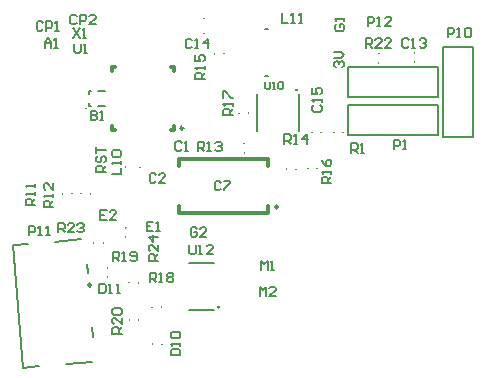
<source format=gto>
G04 Layer_Color=65535*
%FSLAX25Y25*%
%MOIN*%
G70*
G01*
G75*
%ADD34C,0.01000*%
%ADD36C,0.01181*%
%ADD38C,0.00591*%
%ADD39C,0.00630*%
%ADD40C,0.00787*%
%ADD52C,0.00984*%
%ADD53C,0.00394*%
D34*
X93502Y44269D02*
G03*
X93502Y44269I-39J0D01*
G01*
X67469Y-28129D02*
G03*
X67478Y-28130I0J-39D01*
G01*
D36*
X54139Y18894D02*
Y21355D01*
X84061Y18894D02*
Y21355D01*
X54139Y3245D02*
Y5706D01*
X84061Y3245D02*
Y5706D01*
X54139Y21355D02*
X84061D01*
X54139Y3245D02*
X84061D01*
X51498Y51833D02*
X52679D01*
Y50652D02*
Y51833D01*
X31813D02*
X32994D01*
X31813Y50652D02*
Y51833D01*
Y30967D02*
Y32148D01*
Y30967D02*
X32994D01*
X51498D02*
X52679D01*
Y32148D01*
D38*
X41202Y18500D02*
G03*
X41202Y18500I-39J0D01*
G01*
X36477D02*
G03*
X36477Y18500I-39J0D01*
G01*
X109014Y30100D02*
G03*
X109014Y30100I-39J0D01*
G01*
X48443Y-28200D02*
G03*
X48443Y-28200I-39J0D01*
G01*
X90165Y17900D02*
G03*
X90165Y17900I-39J0D01*
G01*
X101714Y30100D02*
G03*
X101714Y30100I-39J0D01*
G01*
X120839Y53325D02*
G03*
X120839Y53325I-39J0D01*
G01*
X132839Y56675D02*
G03*
X132839Y56675I-39J0D01*
G01*
X97165Y18100D02*
G03*
X97165Y18100I-39J0D01*
G01*
X37665Y-32400D02*
G03*
X37665Y-32400I-39J0D01*
G01*
X45465Y-40500D02*
G03*
X45465Y-40500I-39J0D01*
G01*
X30439Y-15025D02*
G03*
X30439Y-15025I-39J0D01*
G01*
X37665Y-20000D02*
G03*
X37665Y-20000I-39J0D01*
G01*
X25865Y-6700D02*
G03*
X25865Y-6700I-39J0D01*
G01*
X15465Y9700D02*
G03*
X15465Y9700I-39J0D01*
G01*
X21665D02*
G03*
X21665Y9700I-39J0D01*
G01*
X74365Y36500D02*
G03*
X74365Y36500I-39J0D01*
G01*
X76039Y26475D02*
G03*
X76039Y26475I-39J0D01*
G01*
X62639Y63238D02*
G03*
X62639Y63238I-39J0D01*
G01*
Y67962D02*
G03*
X62639Y67962I-39J0D01*
G01*
X69314Y56300D02*
G03*
X69314Y56300I-39J0D01*
G01*
X36539Y-1625D02*
G03*
X36539Y-1625I-39J0D01*
G01*
X27384Y39050D02*
X29746D01*
X23407Y38263D02*
X23447D01*
X27384Y43775D02*
X29746D01*
X24234Y39050D02*
Y39838D01*
Y42987D02*
Y43775D01*
X25021D01*
X24234Y39050D02*
X25021D01*
X80175Y30489D02*
Y37182D01*
Y36788D02*
Y43087D01*
X94151Y36788D02*
Y43087D01*
Y30489D02*
Y39150D01*
X57626Y-29153D02*
X62350D01*
X59988D02*
X66091D01*
X59988Y-13405D02*
X66091D01*
X57626D02*
X62350D01*
X60299Y-2076D02*
X59774Y-1551D01*
X58725D01*
X58200Y-2076D01*
Y-4175D01*
X58725Y-4700D01*
X59774D01*
X60299Y-4175D01*
Y-3126D01*
X59250D01*
X63448Y-4700D02*
X61349D01*
X63448Y-2601D01*
Y-2076D01*
X62923Y-1551D01*
X61873D01*
X61349Y-2076D01*
X29900Y17000D02*
X26751D01*
Y18574D01*
X27276Y19099D01*
X28326D01*
X28850Y18574D01*
Y17000D01*
Y18049D02*
X29900Y19099D01*
X27276Y22248D02*
X26751Y21723D01*
Y20673D01*
X27276Y20149D01*
X27801D01*
X28326Y20673D01*
Y21723D01*
X28850Y22248D01*
X29375D01*
X29900Y21723D01*
Y20673D01*
X29375Y20149D01*
X26751Y23297D02*
Y25396D01*
Y24347D01*
X29900D01*
X19100Y64849D02*
X21199Y61700D01*
Y64849D02*
X19100Y61700D01*
X22249D02*
X23298D01*
X22773D01*
Y64849D01*
X22249Y64324D01*
X19400Y59749D02*
Y57125D01*
X19925Y56600D01*
X20974D01*
X21499Y57125D01*
Y59749D01*
X22549Y56600D02*
X23598D01*
X23073D01*
Y59749D01*
X22549Y59224D01*
X111700Y23300D02*
Y26449D01*
X113274D01*
X113799Y25924D01*
Y24874D01*
X113274Y24350D01*
X111700D01*
X112750D02*
X113799Y23300D01*
X114849D02*
X115898D01*
X115373D01*
Y26449D01*
X114849Y25924D01*
X125800Y24500D02*
Y27649D01*
X127374D01*
X127899Y27124D01*
Y26074D01*
X127374Y25550D01*
X125800D01*
X128949Y24500D02*
X129998D01*
X129473D01*
Y27649D01*
X128949Y27124D01*
X81300Y-24500D02*
Y-21351D01*
X82349Y-22401D01*
X83399Y-21351D01*
Y-24500D01*
X86548D02*
X84449D01*
X86548Y-22401D01*
Y-21876D01*
X86023Y-21351D01*
X84973D01*
X84449Y-21876D01*
X81700Y-15800D02*
Y-12651D01*
X82749Y-13701D01*
X83799Y-12651D01*
Y-15800D01*
X84849D02*
X85898D01*
X85373D01*
Y-12651D01*
X84849Y-13176D01*
X88600Y69849D02*
Y66700D01*
X90699D01*
X91749D02*
X92798D01*
X92273D01*
Y69849D01*
X91749Y69324D01*
X94372Y66700D02*
X95422D01*
X94897D01*
Y69849D01*
X94372Y69324D01*
X106776Y66199D02*
X106251Y65674D01*
Y64625D01*
X106776Y64100D01*
X108875D01*
X109400Y64625D01*
Y65674D01*
X108875Y66199D01*
X107826D01*
Y65149D01*
X109400Y67249D02*
Y68298D01*
Y67773D01*
X106251D01*
X106776Y67249D01*
X45699Y349D02*
X43600D01*
Y-2800D01*
X45699D01*
X43600Y-1226D02*
X44649D01*
X46749Y-2800D02*
X47798D01*
X47273D01*
Y349D01*
X46749Y-176D01*
X20199Y68824D02*
X19674Y69349D01*
X18625D01*
X18100Y68824D01*
Y66725D01*
X18625Y66200D01*
X19674D01*
X20199Y66725D01*
X21249Y66200D02*
Y69349D01*
X22823D01*
X23348Y68824D01*
Y67774D01*
X22823Y67250D01*
X21249D01*
X26496Y66200D02*
X24397D01*
X26496Y68299D01*
Y68824D01*
X25971Y69349D01*
X24922D01*
X24397Y68824D01*
X8899Y66624D02*
X8374Y67149D01*
X7325D01*
X6800Y66624D01*
Y64525D01*
X7325Y64000D01*
X8374D01*
X8899Y64525D01*
X9949Y64000D02*
Y67149D01*
X11523D01*
X12048Y66624D01*
Y65574D01*
X11523Y65049D01*
X9949D01*
X13097Y64000D02*
X14147D01*
X13622D01*
Y67149D01*
X13097Y66624D01*
X68299Y13424D02*
X67774Y13949D01*
X66725D01*
X66200Y13424D01*
Y11325D01*
X66725Y10800D01*
X67774D01*
X68299Y11325D01*
X69349Y13949D02*
X71448D01*
Y13424D01*
X69349Y11325D01*
Y10800D01*
X46599Y16024D02*
X46074Y16549D01*
X45025D01*
X44500Y16024D01*
Y13925D01*
X45025Y13400D01*
X46074D01*
X46599Y13925D01*
X49748Y13400D02*
X47649D01*
X49748Y15499D01*
Y16024D01*
X49223Y16549D01*
X48173D01*
X47649Y16024D01*
X55199Y26624D02*
X54674Y27149D01*
X53625D01*
X53100Y26624D01*
Y24525D01*
X53625Y24000D01*
X54674D01*
X55199Y24525D01*
X56249Y24000D02*
X57298D01*
X56773D01*
Y27149D01*
X56249Y26624D01*
X24846Y37349D02*
Y34200D01*
X26420D01*
X26945Y34725D01*
Y35250D01*
X26420Y35774D01*
X24846D01*
X26420D01*
X26945Y36299D01*
Y36824D01*
X26420Y37349D01*
X24846D01*
X27994Y34200D02*
X29044D01*
X28519D01*
Y37349D01*
X27994Y36824D01*
X9600Y58300D02*
Y60399D01*
X10650Y61449D01*
X11699Y60399D01*
Y58300D01*
Y59874D01*
X9600D01*
X12749Y58300D02*
X13798D01*
X13273D01*
Y61449D01*
X12749Y60924D01*
X106576Y51800D02*
X106051Y52325D01*
Y53374D01*
X106576Y53899D01*
X107101D01*
X107626Y53374D01*
Y52850D01*
Y53374D01*
X108150Y53899D01*
X108675D01*
X109200Y53374D01*
Y52325D01*
X108675Y51800D01*
X106051Y54949D02*
X108150D01*
X109200Y55998D01*
X108150Y57048D01*
X106051D01*
X130799Y60924D02*
X130274Y61449D01*
X129225D01*
X128700Y60924D01*
Y58825D01*
X129225Y58300D01*
X130274D01*
X130799Y58825D01*
X131849Y58300D02*
X132898D01*
X132373D01*
Y61449D01*
X131849Y60924D01*
X134472D02*
X134997Y61449D01*
X136047D01*
X136572Y60924D01*
Y60399D01*
X136047Y59874D01*
X135522D01*
X136047D01*
X136572Y59350D01*
Y58825D01*
X136047Y58300D01*
X134997D01*
X134472Y58825D01*
X58599Y60824D02*
X58074Y61349D01*
X57025D01*
X56500Y60824D01*
Y58725D01*
X57025Y58200D01*
X58074D01*
X58599Y58725D01*
X59649Y58200D02*
X60698D01*
X60173D01*
Y61349D01*
X59649Y60824D01*
X63847Y58200D02*
Y61349D01*
X62272Y59774D01*
X64372D01*
X99276Y39199D02*
X98751Y38674D01*
Y37625D01*
X99276Y37100D01*
X101375D01*
X101900Y37625D01*
Y38674D01*
X101375Y39199D01*
X101900Y40249D02*
Y41298D01*
Y40773D01*
X98751D01*
X99276Y40249D01*
X98751Y44971D02*
Y42872D01*
X100326D01*
X99801Y43922D01*
Y44447D01*
X100326Y44971D01*
X101375D01*
X101900Y44447D01*
Y43397D01*
X101375Y42872D01*
X51551Y-44200D02*
X54700D01*
Y-42626D01*
X54175Y-42101D01*
X52076D01*
X51551Y-42626D01*
Y-44200D01*
X54700Y-41051D02*
Y-40002D01*
Y-40527D01*
X51551D01*
X52076Y-41051D01*
Y-38428D02*
X51551Y-37903D01*
Y-36853D01*
X52076Y-36329D01*
X54175D01*
X54700Y-36853D01*
Y-37903D01*
X54175Y-38428D01*
X52076D01*
X27700Y-20251D02*
Y-23400D01*
X29274D01*
X29799Y-22875D01*
Y-20776D01*
X29274Y-20251D01*
X27700D01*
X30849Y-23400D02*
X31898D01*
X31373D01*
Y-20251D01*
X30849Y-20776D01*
X33472Y-23400D02*
X34522D01*
X33997D01*
Y-20251D01*
X33472Y-20776D01*
X30199Y4249D02*
X28100D01*
Y1100D01*
X30199D01*
X28100Y2674D02*
X29149D01*
X33348Y1100D02*
X31249D01*
X33348Y3199D01*
Y3724D01*
X32823Y4249D01*
X31773D01*
X31249Y3724D01*
X31851Y16300D02*
X35000D01*
Y18399D01*
Y19449D02*
Y20498D01*
Y19973D01*
X31851D01*
X32376Y19449D01*
Y22072D02*
X31851Y22597D01*
Y23647D01*
X32376Y24171D01*
X34475D01*
X35000Y23647D01*
Y22597D01*
X34475Y22072D01*
X32376D01*
X143800Y61900D02*
Y65049D01*
X145374D01*
X145899Y64524D01*
Y63474D01*
X145374Y62950D01*
X143800D01*
X146949Y61900D02*
X147998D01*
X147473D01*
Y65049D01*
X146949Y64524D01*
X149572D02*
X150097Y65049D01*
X151147D01*
X151672Y64524D01*
Y62425D01*
X151147Y61900D01*
X150097D01*
X149572Y62425D01*
Y64524D01*
X4300Y-4200D02*
Y-1051D01*
X5874D01*
X6399Y-1576D01*
Y-2626D01*
X5874Y-3150D01*
X4300D01*
X7449Y-4200D02*
X8498D01*
X7973D01*
Y-1051D01*
X7449Y-1576D01*
X10072Y-4200D02*
X11122D01*
X10597D01*
Y-1051D01*
X10072Y-1576D01*
X117200Y65600D02*
Y68749D01*
X118774D01*
X119299Y68224D01*
Y67174D01*
X118774Y66650D01*
X117200D01*
X120349Y65600D02*
X121398D01*
X120873D01*
Y68749D01*
X120349Y68224D01*
X125072Y65600D02*
X122972D01*
X125072Y67699D01*
Y68224D01*
X124547Y68749D01*
X123497D01*
X122972Y68224D01*
X6300Y6000D02*
X3151D01*
Y7574D01*
X3676Y8099D01*
X4726D01*
X5251Y7574D01*
Y6000D01*
Y7050D02*
X6300Y8099D01*
Y9149D02*
Y10198D01*
Y9673D01*
X3151D01*
X3676Y9149D01*
X6300Y11772D02*
Y12822D01*
Y12297D01*
X3151D01*
X3676Y11772D01*
X12300Y5300D02*
X9151D01*
Y6874D01*
X9676Y7399D01*
X10726D01*
X11250Y6874D01*
Y5300D01*
Y6350D02*
X12300Y7399D01*
Y8449D02*
Y9498D01*
Y8973D01*
X9151D01*
X9676Y8449D01*
X12300Y13171D02*
Y11072D01*
X10201Y13171D01*
X9676D01*
X9151Y12647D01*
Y11597D01*
X9676Y11072D01*
X60600Y23900D02*
Y27049D01*
X62174D01*
X62699Y26524D01*
Y25474D01*
X62174Y24949D01*
X60600D01*
X61650D02*
X62699Y23900D01*
X63749D02*
X64798D01*
X64273D01*
Y27049D01*
X63749Y26524D01*
X66372D02*
X66897Y27049D01*
X67947D01*
X68471Y26524D01*
Y25999D01*
X67947Y25474D01*
X67422D01*
X67947D01*
X68471Y24949D01*
Y24425D01*
X67947Y23900D01*
X66897D01*
X66372Y24425D01*
X89446Y26300D02*
Y29449D01*
X91020D01*
X91545Y28924D01*
Y27874D01*
X91020Y27349D01*
X89446D01*
X90495D02*
X91545Y26300D01*
X92594D02*
X93644D01*
X93119D01*
Y29449D01*
X92594Y28924D01*
X96792Y26300D02*
Y29449D01*
X95218Y27874D01*
X97317D01*
X62900Y48000D02*
X59751D01*
Y49574D01*
X60276Y50099D01*
X61326D01*
X61851Y49574D01*
Y48000D01*
Y49049D02*
X62900Y50099D01*
Y51149D02*
Y52198D01*
Y51673D01*
X59751D01*
X60276Y51149D01*
X59751Y55871D02*
Y53772D01*
X61326D01*
X60801Y54822D01*
Y55347D01*
X61326Y55871D01*
X62375D01*
X62900Y55347D01*
Y54297D01*
X62375Y53772D01*
X105000Y13200D02*
X101851D01*
Y14774D01*
X102376Y15299D01*
X103426D01*
X103951Y14774D01*
Y13200D01*
Y14250D02*
X105000Y15299D01*
Y16349D02*
Y17398D01*
Y16873D01*
X101851D01*
X102376Y16349D01*
X101851Y21071D02*
X102376Y20022D01*
X103426Y18972D01*
X104475D01*
X105000Y19497D01*
Y20547D01*
X104475Y21071D01*
X103951D01*
X103426Y20547D01*
Y18972D01*
X72200Y35900D02*
X69051D01*
Y37474D01*
X69576Y37999D01*
X70626D01*
X71150Y37474D01*
Y35900D01*
Y36950D02*
X72200Y37999D01*
Y39049D02*
Y40098D01*
Y39573D01*
X69051D01*
X69576Y39049D01*
X69051Y41672D02*
Y43771D01*
X69576D01*
X71675Y41672D01*
X72200D01*
X44574Y-19800D02*
Y-16651D01*
X46148D01*
X46673Y-17176D01*
Y-18226D01*
X46148Y-18751D01*
X44574D01*
X45623D02*
X46673Y-19800D01*
X47723D02*
X48772D01*
X48247D01*
Y-16651D01*
X47723Y-17176D01*
X50346D02*
X50871Y-16651D01*
X51921D01*
X52446Y-17176D01*
Y-17701D01*
X51921Y-18226D01*
X52446Y-18751D01*
Y-19275D01*
X51921Y-19800D01*
X50871D01*
X50346Y-19275D01*
Y-18751D01*
X50871Y-18226D01*
X50346Y-17701D01*
Y-17176D01*
X50871Y-18226D02*
X51921D01*
X32300Y-12800D02*
Y-9651D01*
X33874D01*
X34399Y-10176D01*
Y-11226D01*
X33874Y-11750D01*
X32300D01*
X33349D02*
X34399Y-12800D01*
X35449D02*
X36498D01*
X35973D01*
Y-9651D01*
X35449Y-10176D01*
X38072Y-12275D02*
X38597Y-12800D01*
X39647D01*
X40172Y-12275D01*
Y-10176D01*
X39647Y-9651D01*
X38597D01*
X38072Y-10176D01*
Y-10701D01*
X38597Y-11226D01*
X40172D01*
X35200Y-36900D02*
X32051D01*
Y-35326D01*
X32576Y-34801D01*
X33626D01*
X34150Y-35326D01*
Y-36900D01*
Y-35851D02*
X35200Y-34801D01*
Y-31652D02*
Y-33751D01*
X33101Y-31652D01*
X32576D01*
X32051Y-32177D01*
Y-33227D01*
X32576Y-33751D01*
Y-30603D02*
X32051Y-30078D01*
Y-29028D01*
X32576Y-28504D01*
X34675D01*
X35200Y-29028D01*
Y-30078D01*
X34675Y-30603D01*
X32576D01*
X116600Y58400D02*
Y61549D01*
X118174D01*
X118699Y61024D01*
Y59974D01*
X118174Y59449D01*
X116600D01*
X117649D02*
X118699Y58400D01*
X121848D02*
X119749D01*
X121848Y60499D01*
Y61024D01*
X121323Y61549D01*
X120273D01*
X119749Y61024D01*
X124996Y58400D02*
X122897D01*
X124996Y60499D01*
Y61024D01*
X124471Y61549D01*
X123422D01*
X122897Y61024D01*
X14100Y-3200D02*
Y-51D01*
X15674D01*
X16199Y-576D01*
Y-1626D01*
X15674Y-2151D01*
X14100D01*
X15149D02*
X16199Y-3200D01*
X19348D02*
X17249D01*
X19348Y-1101D01*
Y-576D01*
X18823Y-51D01*
X17773D01*
X17249Y-576D01*
X20397D02*
X20922Y-51D01*
X21971D01*
X22496Y-576D01*
Y-1101D01*
X21971Y-1626D01*
X21447D01*
X21971D01*
X22496Y-2151D01*
Y-2675D01*
X21971Y-3200D01*
X20922D01*
X20397Y-2675D01*
X47300Y-12600D02*
X44151D01*
Y-11026D01*
X44676Y-10501D01*
X45726D01*
X46251Y-11026D01*
Y-12600D01*
Y-11551D02*
X47300Y-10501D01*
Y-7352D02*
Y-9451D01*
X45201Y-7352D01*
X44676D01*
X44151Y-7877D01*
Y-8927D01*
X44676Y-9451D01*
X47300Y-4729D02*
X44151D01*
X45726Y-6303D01*
Y-4204D01*
X83100Y47061D02*
Y45094D01*
X83494Y44700D01*
X84281D01*
X84674Y45094D01*
Y47061D01*
X85461Y44700D02*
X86249D01*
X85855D01*
Y47061D01*
X85461Y46668D01*
X87429D02*
X87823Y47061D01*
X88610D01*
X89004Y46668D01*
Y45094D01*
X88610Y44700D01*
X87823D01*
X87429Y45094D01*
Y46668D01*
X57746Y-7351D02*
Y-9975D01*
X58270Y-10500D01*
X59320D01*
X59845Y-9975D01*
Y-7351D01*
X60894Y-10500D02*
X61944D01*
X61419D01*
Y-7351D01*
X60894Y-7876D01*
X65617Y-10500D02*
X63518D01*
X65617Y-8401D01*
Y-7876D01*
X65092Y-7351D01*
X64043D01*
X63518Y-7876D01*
D39*
X105865Y30100D02*
G03*
X105865Y30100I-39J0D01*
G01*
X45293Y-28200D02*
G03*
X45293Y-28200I-39J0D01*
G01*
X93314Y17900D02*
G03*
X93314Y17900I-39J0D01*
G01*
X98565Y30100D02*
G03*
X98565Y30100I-39J0D01*
G01*
X120839Y56475D02*
G03*
X120839Y56475I-39J0D01*
G01*
X132839Y53525D02*
G03*
X132839Y53525I-39J0D01*
G01*
X100314Y18100D02*
G03*
X100314Y18100I-39J0D01*
G01*
X40814Y-32400D02*
G03*
X40814Y-32400I-39J0D01*
G01*
X48614Y-40500D02*
G03*
X48614Y-40500I-39J0D01*
G01*
X30439Y-18175D02*
G03*
X30439Y-18175I-39J0D01*
G01*
X40814Y-20000D02*
G03*
X40814Y-20000I-39J0D01*
G01*
X29014Y-6700D02*
G03*
X29014Y-6700I-39J0D01*
G01*
X18614Y9700D02*
G03*
X18614Y9700I-39J0D01*
G01*
X24814D02*
G03*
X24814Y9700I-39J0D01*
G01*
X77514Y36500D02*
G03*
X77514Y36500I-39J0D01*
G01*
X76039Y23325D02*
G03*
X76039Y23325I-39J0D01*
G01*
X66165Y56300D02*
G03*
X66165Y56300I-39J0D01*
G01*
X36539Y-4775D02*
G03*
X36539Y-4775I-39J0D01*
G01*
D40*
X82808Y64674D02*
X83792D01*
X82808Y48926D02*
X83792D01*
X110600Y29300D02*
Y39300D01*
X140600D01*
Y29300D02*
Y39300D01*
X110600Y29300D02*
X140600D01*
X110600Y41900D02*
X140600D01*
X110600D02*
Y51900D01*
X140600D01*
Y41900D02*
Y51900D01*
X142400Y28600D02*
Y58600D01*
X152400D01*
X142400Y28600D02*
X152400D01*
Y58600D01*
X23515Y-13689D02*
X23790Y-16826D01*
X25368Y-34868D02*
X25643Y-38005D01*
X-1130Y-7546D02*
X3969Y-7100D01*
X12990Y-6310D02*
X21618Y-5556D01*
X16558Y-47100D02*
X25187Y-46345D01*
X2439Y-48335D02*
X7537Y-47889D01*
X-1130Y-7546D02*
X2439Y-48335D01*
D52*
X87309Y5312D02*
G03*
X87309Y5312I-492J0D01*
G01*
X25017Y-20714D02*
G03*
X25017Y-20714I-492J0D01*
G01*
X55730Y31558D02*
G03*
X55730Y31558I-492J0D01*
G01*
D53*
X45339Y70958D02*
G03*
X45339Y70958I-197J0D01*
G01*
M02*

</source>
